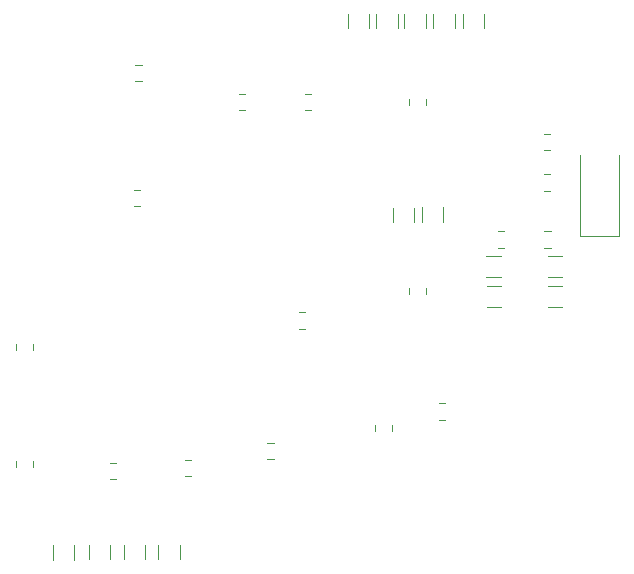
<source format=gbr>
G04 #@! TF.GenerationSoftware,KiCad,Pcbnew,(5.1.0)-1*
G04 #@! TF.CreationDate,2019-10-16T14:10:11+11:00*
G04 #@! TF.ProjectId,APPS,41505053-2e6b-4696-9361-645f70636258,rev?*
G04 #@! TF.SameCoordinates,Original*
G04 #@! TF.FileFunction,Legend,Bot*
G04 #@! TF.FilePolarity,Positive*
%FSLAX46Y46*%
G04 Gerber Fmt 4.6, Leading zero omitted, Abs format (unit mm)*
G04 Created by KiCad (PCBNEW (5.1.0)-1) date 2019-10-16 14:10:11*
%MOMM*%
%LPD*%
G04 APERTURE LIST*
%ADD10C,0.120000*%
G04 APERTURE END LIST*
D10*
X152155036Y-82402000D02*
X153359164Y-82402000D01*
X152155036Y-84222000D02*
X153359164Y-84222000D01*
X148188664Y-84222000D02*
X146984536Y-84222000D01*
X148188664Y-82402000D02*
X146984536Y-82402000D01*
X152155036Y-84942000D02*
X153359164Y-84942000D01*
X152155036Y-86762000D02*
X153359164Y-86762000D01*
X148225164Y-86762000D02*
X147021036Y-86762000D01*
X148225164Y-84942000D02*
X147021036Y-84942000D01*
X151897348Y-80316000D02*
X152419852Y-80316000D01*
X151897348Y-81736000D02*
X152419852Y-81736000D01*
X148482852Y-81736000D02*
X147960348Y-81736000D01*
X148482852Y-80316000D02*
X147960348Y-80316000D01*
X132163452Y-70102800D02*
X131640948Y-70102800D01*
X132163452Y-68682800D02*
X131640948Y-68682800D01*
X126524652Y-68682800D02*
X126002148Y-68682800D01*
X126524652Y-70102800D02*
X126002148Y-70102800D01*
X152381852Y-73506400D02*
X151859348Y-73506400D01*
X152381852Y-72086400D02*
X151859348Y-72086400D01*
X107189200Y-99805748D02*
X107189200Y-100328252D01*
X108609200Y-99805748D02*
X108609200Y-100328252D01*
X152390852Y-75490000D02*
X151868348Y-75490000D01*
X152390852Y-76910000D02*
X151868348Y-76910000D01*
X117787052Y-66244400D02*
X117264548Y-66244400D01*
X117787052Y-67664400D02*
X117264548Y-67664400D01*
X141832400Y-69144248D02*
X141832400Y-69666752D01*
X140412400Y-69144248D02*
X140412400Y-69666752D01*
X140450500Y-85111848D02*
X140450500Y-85634352D01*
X141870500Y-85111848D02*
X141870500Y-85634352D01*
X117685452Y-78230800D02*
X117162948Y-78230800D01*
X117685452Y-76810800D02*
X117162948Y-76810800D01*
X143453752Y-94895600D02*
X142931248Y-94895600D01*
X143453752Y-96315600D02*
X142931248Y-96315600D01*
X108558400Y-89908748D02*
X108558400Y-90431252D01*
X107138400Y-89908748D02*
X107138400Y-90431252D01*
X137529500Y-97263852D02*
X137529500Y-96741348D01*
X138949500Y-97263852D02*
X138949500Y-96741348D01*
X131604652Y-88594000D02*
X131082148Y-88594000D01*
X131604652Y-87174000D02*
X131082148Y-87174000D01*
X121952652Y-99670800D02*
X121430148Y-99670800D01*
X121952652Y-101090800D02*
X121430148Y-101090800D01*
X128963052Y-99668400D02*
X128440548Y-99668400D01*
X128963052Y-98248400D02*
X128440548Y-98248400D01*
X115653452Y-101344800D02*
X115130948Y-101344800D01*
X115653452Y-99924800D02*
X115130948Y-99924800D01*
X158190200Y-80752400D02*
X154890200Y-80752400D01*
X154890200Y-80752400D02*
X154890200Y-73852400D01*
X158190200Y-80752400D02*
X158190200Y-73852400D01*
X135233900Y-63162364D02*
X135233900Y-61958236D01*
X137053900Y-63162364D02*
X137053900Y-61958236D01*
X137672300Y-63162364D02*
X137672300Y-61958236D01*
X139492300Y-63162364D02*
X139492300Y-61958236D01*
X140034500Y-63162364D02*
X140034500Y-61958236D01*
X141854500Y-63162364D02*
X141854500Y-61958236D01*
X142498300Y-63135364D02*
X142498300Y-61931236D01*
X144318300Y-63135364D02*
X144318300Y-61931236D01*
X144974800Y-63136864D02*
X144974800Y-61932736D01*
X146794800Y-63136864D02*
X146794800Y-61932736D01*
X110265800Y-106941536D02*
X110265800Y-108145664D01*
X112085800Y-106941536D02*
X112085800Y-108145664D01*
X121026600Y-106890736D02*
X121026600Y-108094864D01*
X119206600Y-106890736D02*
X119206600Y-108094864D01*
X116260200Y-106890736D02*
X116260200Y-108094864D01*
X118080200Y-106890736D02*
X118080200Y-108094864D01*
X113313800Y-108094864D02*
X113313800Y-106890736D01*
X115133800Y-108094864D02*
X115133800Y-106890736D01*
X143327800Y-78326836D02*
X143327800Y-79530964D01*
X141507800Y-78326836D02*
X141507800Y-79530964D01*
X140851200Y-78341136D02*
X140851200Y-79545264D01*
X139031200Y-78341136D02*
X139031200Y-79545264D01*
M02*

</source>
